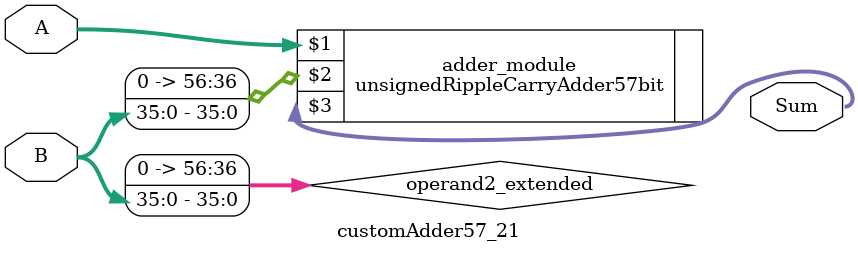
<source format=v>
module customAdder57_21(
                        input [56 : 0] A,
                        input [35 : 0] B,
                        
                        output [57 : 0] Sum
                );

        wire [56 : 0] operand2_extended;
        
        assign operand2_extended =  {21'b0, B};
        
        unsignedRippleCarryAdder57bit adder_module(
            A,
            operand2_extended,
            Sum
        );
        
        endmodule
        
</source>
